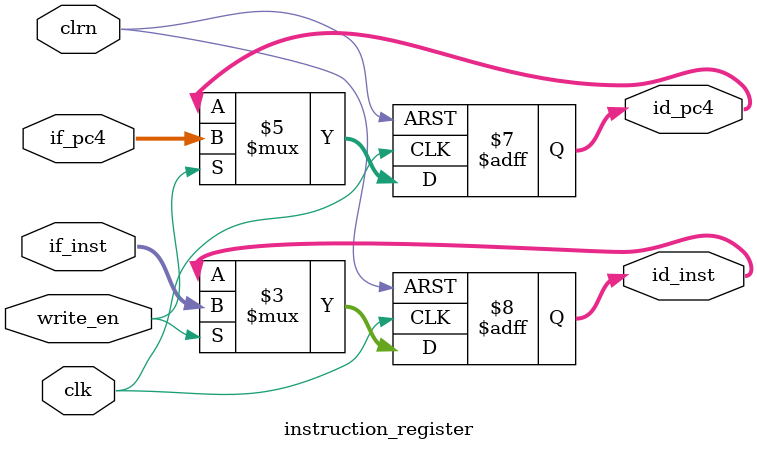
<source format=v>
`timescale 1ns / 1ps
module instruction_register(if_pc4,if_inst,clk,clrn,id_pc4,id_inst,write_en
                           );
input [31:0] if_pc4, if_inst;
input write_en;
input clk, clrn;
output [31:0] id_pc4,id_inst;

reg [31:0] id_pc4,id_inst;

//请在下方补充代码以完成流水线寄存�
//////////////////////////////////////////////////////////////////////////////
always @(posedge clk or negedge clrn)
    if(clrn == 0) begin
        id_pc4 <= 32'b0;
        id_inst <= 32'b0;
    end
    else if(write_en)
    begin
        id_pc4 <= if_pc4;
        id_inst <= if_inst;
    end
endmodule

</source>
